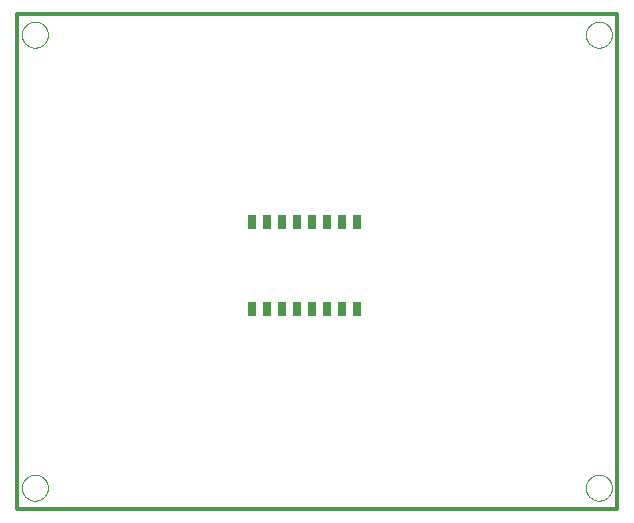
<source format=gbp>
G75*
%MOIN*%
%OFA0B0*%
%FSLAX25Y25*%
%IPPOS*%
%LPD*%
%AMOC8*
5,1,8,0,0,1.08239X$1,22.5*
%
%ADD10C,0.00000*%
%ADD11C,0.01200*%
%ADD12R,0.03000X0.05000*%
D10*
X0003469Y0008800D02*
X0003471Y0008931D01*
X0003477Y0009063D01*
X0003487Y0009194D01*
X0003501Y0009325D01*
X0003519Y0009455D01*
X0003541Y0009584D01*
X0003566Y0009713D01*
X0003596Y0009841D01*
X0003630Y0009968D01*
X0003667Y0010095D01*
X0003708Y0010219D01*
X0003753Y0010343D01*
X0003802Y0010465D01*
X0003854Y0010586D01*
X0003910Y0010704D01*
X0003970Y0010822D01*
X0004033Y0010937D01*
X0004100Y0011050D01*
X0004170Y0011162D01*
X0004243Y0011271D01*
X0004319Y0011377D01*
X0004399Y0011482D01*
X0004482Y0011584D01*
X0004568Y0011683D01*
X0004657Y0011780D01*
X0004749Y0011874D01*
X0004844Y0011965D01*
X0004941Y0012054D01*
X0005041Y0012139D01*
X0005144Y0012221D01*
X0005249Y0012300D01*
X0005356Y0012376D01*
X0005466Y0012448D01*
X0005578Y0012517D01*
X0005692Y0012583D01*
X0005807Y0012645D01*
X0005925Y0012704D01*
X0006044Y0012759D01*
X0006165Y0012811D01*
X0006288Y0012858D01*
X0006412Y0012902D01*
X0006537Y0012943D01*
X0006663Y0012979D01*
X0006791Y0013012D01*
X0006919Y0013040D01*
X0007048Y0013065D01*
X0007178Y0013086D01*
X0007308Y0013103D01*
X0007439Y0013116D01*
X0007570Y0013125D01*
X0007701Y0013130D01*
X0007833Y0013131D01*
X0007964Y0013128D01*
X0008096Y0013121D01*
X0008227Y0013110D01*
X0008357Y0013095D01*
X0008487Y0013076D01*
X0008617Y0013053D01*
X0008745Y0013027D01*
X0008873Y0012996D01*
X0009000Y0012961D01*
X0009126Y0012923D01*
X0009250Y0012881D01*
X0009374Y0012835D01*
X0009495Y0012785D01*
X0009615Y0012732D01*
X0009734Y0012675D01*
X0009851Y0012615D01*
X0009965Y0012551D01*
X0010078Y0012483D01*
X0010189Y0012412D01*
X0010298Y0012338D01*
X0010404Y0012261D01*
X0010508Y0012180D01*
X0010609Y0012097D01*
X0010708Y0012010D01*
X0010804Y0011920D01*
X0010897Y0011827D01*
X0010988Y0011732D01*
X0011075Y0011634D01*
X0011160Y0011533D01*
X0011241Y0011430D01*
X0011319Y0011324D01*
X0011394Y0011216D01*
X0011466Y0011106D01*
X0011534Y0010994D01*
X0011599Y0010880D01*
X0011660Y0010763D01*
X0011718Y0010645D01*
X0011772Y0010525D01*
X0011823Y0010404D01*
X0011870Y0010281D01*
X0011913Y0010157D01*
X0011952Y0010032D01*
X0011988Y0009905D01*
X0012019Y0009777D01*
X0012047Y0009649D01*
X0012071Y0009520D01*
X0012091Y0009390D01*
X0012107Y0009259D01*
X0012119Y0009128D01*
X0012127Y0008997D01*
X0012131Y0008866D01*
X0012131Y0008734D01*
X0012127Y0008603D01*
X0012119Y0008472D01*
X0012107Y0008341D01*
X0012091Y0008210D01*
X0012071Y0008080D01*
X0012047Y0007951D01*
X0012019Y0007823D01*
X0011988Y0007695D01*
X0011952Y0007568D01*
X0011913Y0007443D01*
X0011870Y0007319D01*
X0011823Y0007196D01*
X0011772Y0007075D01*
X0011718Y0006955D01*
X0011660Y0006837D01*
X0011599Y0006720D01*
X0011534Y0006606D01*
X0011466Y0006494D01*
X0011394Y0006384D01*
X0011319Y0006276D01*
X0011241Y0006170D01*
X0011160Y0006067D01*
X0011075Y0005966D01*
X0010988Y0005868D01*
X0010897Y0005773D01*
X0010804Y0005680D01*
X0010708Y0005590D01*
X0010609Y0005503D01*
X0010508Y0005420D01*
X0010404Y0005339D01*
X0010298Y0005262D01*
X0010189Y0005188D01*
X0010078Y0005117D01*
X0009966Y0005049D01*
X0009851Y0004985D01*
X0009734Y0004925D01*
X0009615Y0004868D01*
X0009495Y0004815D01*
X0009374Y0004765D01*
X0009250Y0004719D01*
X0009126Y0004677D01*
X0009000Y0004639D01*
X0008873Y0004604D01*
X0008745Y0004573D01*
X0008617Y0004547D01*
X0008487Y0004524D01*
X0008357Y0004505D01*
X0008227Y0004490D01*
X0008096Y0004479D01*
X0007964Y0004472D01*
X0007833Y0004469D01*
X0007701Y0004470D01*
X0007570Y0004475D01*
X0007439Y0004484D01*
X0007308Y0004497D01*
X0007178Y0004514D01*
X0007048Y0004535D01*
X0006919Y0004560D01*
X0006791Y0004588D01*
X0006663Y0004621D01*
X0006537Y0004657D01*
X0006412Y0004698D01*
X0006288Y0004742D01*
X0006165Y0004789D01*
X0006044Y0004841D01*
X0005925Y0004896D01*
X0005807Y0004955D01*
X0005692Y0005017D01*
X0005578Y0005083D01*
X0005466Y0005152D01*
X0005356Y0005224D01*
X0005249Y0005300D01*
X0005144Y0005379D01*
X0005041Y0005461D01*
X0004941Y0005546D01*
X0004844Y0005635D01*
X0004749Y0005726D01*
X0004657Y0005820D01*
X0004568Y0005917D01*
X0004482Y0006016D01*
X0004399Y0006118D01*
X0004319Y0006223D01*
X0004243Y0006329D01*
X0004170Y0006438D01*
X0004100Y0006550D01*
X0004033Y0006663D01*
X0003970Y0006778D01*
X0003910Y0006896D01*
X0003854Y0007014D01*
X0003802Y0007135D01*
X0003753Y0007257D01*
X0003708Y0007381D01*
X0003667Y0007505D01*
X0003630Y0007632D01*
X0003596Y0007759D01*
X0003566Y0007887D01*
X0003541Y0008016D01*
X0003519Y0008145D01*
X0003501Y0008275D01*
X0003487Y0008406D01*
X0003477Y0008537D01*
X0003471Y0008669D01*
X0003469Y0008800D01*
X0003469Y0159800D02*
X0003471Y0159931D01*
X0003477Y0160063D01*
X0003487Y0160194D01*
X0003501Y0160325D01*
X0003519Y0160455D01*
X0003541Y0160584D01*
X0003566Y0160713D01*
X0003596Y0160841D01*
X0003630Y0160968D01*
X0003667Y0161095D01*
X0003708Y0161219D01*
X0003753Y0161343D01*
X0003802Y0161465D01*
X0003854Y0161586D01*
X0003910Y0161704D01*
X0003970Y0161822D01*
X0004033Y0161937D01*
X0004100Y0162050D01*
X0004170Y0162162D01*
X0004243Y0162271D01*
X0004319Y0162377D01*
X0004399Y0162482D01*
X0004482Y0162584D01*
X0004568Y0162683D01*
X0004657Y0162780D01*
X0004749Y0162874D01*
X0004844Y0162965D01*
X0004941Y0163054D01*
X0005041Y0163139D01*
X0005144Y0163221D01*
X0005249Y0163300D01*
X0005356Y0163376D01*
X0005466Y0163448D01*
X0005578Y0163517D01*
X0005692Y0163583D01*
X0005807Y0163645D01*
X0005925Y0163704D01*
X0006044Y0163759D01*
X0006165Y0163811D01*
X0006288Y0163858D01*
X0006412Y0163902D01*
X0006537Y0163943D01*
X0006663Y0163979D01*
X0006791Y0164012D01*
X0006919Y0164040D01*
X0007048Y0164065D01*
X0007178Y0164086D01*
X0007308Y0164103D01*
X0007439Y0164116D01*
X0007570Y0164125D01*
X0007701Y0164130D01*
X0007833Y0164131D01*
X0007964Y0164128D01*
X0008096Y0164121D01*
X0008227Y0164110D01*
X0008357Y0164095D01*
X0008487Y0164076D01*
X0008617Y0164053D01*
X0008745Y0164027D01*
X0008873Y0163996D01*
X0009000Y0163961D01*
X0009126Y0163923D01*
X0009250Y0163881D01*
X0009374Y0163835D01*
X0009495Y0163785D01*
X0009615Y0163732D01*
X0009734Y0163675D01*
X0009851Y0163615D01*
X0009965Y0163551D01*
X0010078Y0163483D01*
X0010189Y0163412D01*
X0010298Y0163338D01*
X0010404Y0163261D01*
X0010508Y0163180D01*
X0010609Y0163097D01*
X0010708Y0163010D01*
X0010804Y0162920D01*
X0010897Y0162827D01*
X0010988Y0162732D01*
X0011075Y0162634D01*
X0011160Y0162533D01*
X0011241Y0162430D01*
X0011319Y0162324D01*
X0011394Y0162216D01*
X0011466Y0162106D01*
X0011534Y0161994D01*
X0011599Y0161880D01*
X0011660Y0161763D01*
X0011718Y0161645D01*
X0011772Y0161525D01*
X0011823Y0161404D01*
X0011870Y0161281D01*
X0011913Y0161157D01*
X0011952Y0161032D01*
X0011988Y0160905D01*
X0012019Y0160777D01*
X0012047Y0160649D01*
X0012071Y0160520D01*
X0012091Y0160390D01*
X0012107Y0160259D01*
X0012119Y0160128D01*
X0012127Y0159997D01*
X0012131Y0159866D01*
X0012131Y0159734D01*
X0012127Y0159603D01*
X0012119Y0159472D01*
X0012107Y0159341D01*
X0012091Y0159210D01*
X0012071Y0159080D01*
X0012047Y0158951D01*
X0012019Y0158823D01*
X0011988Y0158695D01*
X0011952Y0158568D01*
X0011913Y0158443D01*
X0011870Y0158319D01*
X0011823Y0158196D01*
X0011772Y0158075D01*
X0011718Y0157955D01*
X0011660Y0157837D01*
X0011599Y0157720D01*
X0011534Y0157606D01*
X0011466Y0157494D01*
X0011394Y0157384D01*
X0011319Y0157276D01*
X0011241Y0157170D01*
X0011160Y0157067D01*
X0011075Y0156966D01*
X0010988Y0156868D01*
X0010897Y0156773D01*
X0010804Y0156680D01*
X0010708Y0156590D01*
X0010609Y0156503D01*
X0010508Y0156420D01*
X0010404Y0156339D01*
X0010298Y0156262D01*
X0010189Y0156188D01*
X0010078Y0156117D01*
X0009966Y0156049D01*
X0009851Y0155985D01*
X0009734Y0155925D01*
X0009615Y0155868D01*
X0009495Y0155815D01*
X0009374Y0155765D01*
X0009250Y0155719D01*
X0009126Y0155677D01*
X0009000Y0155639D01*
X0008873Y0155604D01*
X0008745Y0155573D01*
X0008617Y0155547D01*
X0008487Y0155524D01*
X0008357Y0155505D01*
X0008227Y0155490D01*
X0008096Y0155479D01*
X0007964Y0155472D01*
X0007833Y0155469D01*
X0007701Y0155470D01*
X0007570Y0155475D01*
X0007439Y0155484D01*
X0007308Y0155497D01*
X0007178Y0155514D01*
X0007048Y0155535D01*
X0006919Y0155560D01*
X0006791Y0155588D01*
X0006663Y0155621D01*
X0006537Y0155657D01*
X0006412Y0155698D01*
X0006288Y0155742D01*
X0006165Y0155789D01*
X0006044Y0155841D01*
X0005925Y0155896D01*
X0005807Y0155955D01*
X0005692Y0156017D01*
X0005578Y0156083D01*
X0005466Y0156152D01*
X0005356Y0156224D01*
X0005249Y0156300D01*
X0005144Y0156379D01*
X0005041Y0156461D01*
X0004941Y0156546D01*
X0004844Y0156635D01*
X0004749Y0156726D01*
X0004657Y0156820D01*
X0004568Y0156917D01*
X0004482Y0157016D01*
X0004399Y0157118D01*
X0004319Y0157223D01*
X0004243Y0157329D01*
X0004170Y0157438D01*
X0004100Y0157550D01*
X0004033Y0157663D01*
X0003970Y0157778D01*
X0003910Y0157896D01*
X0003854Y0158014D01*
X0003802Y0158135D01*
X0003753Y0158257D01*
X0003708Y0158381D01*
X0003667Y0158505D01*
X0003630Y0158632D01*
X0003596Y0158759D01*
X0003566Y0158887D01*
X0003541Y0159016D01*
X0003519Y0159145D01*
X0003501Y0159275D01*
X0003487Y0159406D01*
X0003477Y0159537D01*
X0003471Y0159669D01*
X0003469Y0159800D01*
X0191469Y0159800D02*
X0191471Y0159931D01*
X0191477Y0160063D01*
X0191487Y0160194D01*
X0191501Y0160325D01*
X0191519Y0160455D01*
X0191541Y0160584D01*
X0191566Y0160713D01*
X0191596Y0160841D01*
X0191630Y0160968D01*
X0191667Y0161095D01*
X0191708Y0161219D01*
X0191753Y0161343D01*
X0191802Y0161465D01*
X0191854Y0161586D01*
X0191910Y0161704D01*
X0191970Y0161822D01*
X0192033Y0161937D01*
X0192100Y0162050D01*
X0192170Y0162162D01*
X0192243Y0162271D01*
X0192319Y0162377D01*
X0192399Y0162482D01*
X0192482Y0162584D01*
X0192568Y0162683D01*
X0192657Y0162780D01*
X0192749Y0162874D01*
X0192844Y0162965D01*
X0192941Y0163054D01*
X0193041Y0163139D01*
X0193144Y0163221D01*
X0193249Y0163300D01*
X0193356Y0163376D01*
X0193466Y0163448D01*
X0193578Y0163517D01*
X0193692Y0163583D01*
X0193807Y0163645D01*
X0193925Y0163704D01*
X0194044Y0163759D01*
X0194165Y0163811D01*
X0194288Y0163858D01*
X0194412Y0163902D01*
X0194537Y0163943D01*
X0194663Y0163979D01*
X0194791Y0164012D01*
X0194919Y0164040D01*
X0195048Y0164065D01*
X0195178Y0164086D01*
X0195308Y0164103D01*
X0195439Y0164116D01*
X0195570Y0164125D01*
X0195701Y0164130D01*
X0195833Y0164131D01*
X0195964Y0164128D01*
X0196096Y0164121D01*
X0196227Y0164110D01*
X0196357Y0164095D01*
X0196487Y0164076D01*
X0196617Y0164053D01*
X0196745Y0164027D01*
X0196873Y0163996D01*
X0197000Y0163961D01*
X0197126Y0163923D01*
X0197250Y0163881D01*
X0197374Y0163835D01*
X0197495Y0163785D01*
X0197615Y0163732D01*
X0197734Y0163675D01*
X0197851Y0163615D01*
X0197965Y0163551D01*
X0198078Y0163483D01*
X0198189Y0163412D01*
X0198298Y0163338D01*
X0198404Y0163261D01*
X0198508Y0163180D01*
X0198609Y0163097D01*
X0198708Y0163010D01*
X0198804Y0162920D01*
X0198897Y0162827D01*
X0198988Y0162732D01*
X0199075Y0162634D01*
X0199160Y0162533D01*
X0199241Y0162430D01*
X0199319Y0162324D01*
X0199394Y0162216D01*
X0199466Y0162106D01*
X0199534Y0161994D01*
X0199599Y0161880D01*
X0199660Y0161763D01*
X0199718Y0161645D01*
X0199772Y0161525D01*
X0199823Y0161404D01*
X0199870Y0161281D01*
X0199913Y0161157D01*
X0199952Y0161032D01*
X0199988Y0160905D01*
X0200019Y0160777D01*
X0200047Y0160649D01*
X0200071Y0160520D01*
X0200091Y0160390D01*
X0200107Y0160259D01*
X0200119Y0160128D01*
X0200127Y0159997D01*
X0200131Y0159866D01*
X0200131Y0159734D01*
X0200127Y0159603D01*
X0200119Y0159472D01*
X0200107Y0159341D01*
X0200091Y0159210D01*
X0200071Y0159080D01*
X0200047Y0158951D01*
X0200019Y0158823D01*
X0199988Y0158695D01*
X0199952Y0158568D01*
X0199913Y0158443D01*
X0199870Y0158319D01*
X0199823Y0158196D01*
X0199772Y0158075D01*
X0199718Y0157955D01*
X0199660Y0157837D01*
X0199599Y0157720D01*
X0199534Y0157606D01*
X0199466Y0157494D01*
X0199394Y0157384D01*
X0199319Y0157276D01*
X0199241Y0157170D01*
X0199160Y0157067D01*
X0199075Y0156966D01*
X0198988Y0156868D01*
X0198897Y0156773D01*
X0198804Y0156680D01*
X0198708Y0156590D01*
X0198609Y0156503D01*
X0198508Y0156420D01*
X0198404Y0156339D01*
X0198298Y0156262D01*
X0198189Y0156188D01*
X0198078Y0156117D01*
X0197966Y0156049D01*
X0197851Y0155985D01*
X0197734Y0155925D01*
X0197615Y0155868D01*
X0197495Y0155815D01*
X0197374Y0155765D01*
X0197250Y0155719D01*
X0197126Y0155677D01*
X0197000Y0155639D01*
X0196873Y0155604D01*
X0196745Y0155573D01*
X0196617Y0155547D01*
X0196487Y0155524D01*
X0196357Y0155505D01*
X0196227Y0155490D01*
X0196096Y0155479D01*
X0195964Y0155472D01*
X0195833Y0155469D01*
X0195701Y0155470D01*
X0195570Y0155475D01*
X0195439Y0155484D01*
X0195308Y0155497D01*
X0195178Y0155514D01*
X0195048Y0155535D01*
X0194919Y0155560D01*
X0194791Y0155588D01*
X0194663Y0155621D01*
X0194537Y0155657D01*
X0194412Y0155698D01*
X0194288Y0155742D01*
X0194165Y0155789D01*
X0194044Y0155841D01*
X0193925Y0155896D01*
X0193807Y0155955D01*
X0193692Y0156017D01*
X0193578Y0156083D01*
X0193466Y0156152D01*
X0193356Y0156224D01*
X0193249Y0156300D01*
X0193144Y0156379D01*
X0193041Y0156461D01*
X0192941Y0156546D01*
X0192844Y0156635D01*
X0192749Y0156726D01*
X0192657Y0156820D01*
X0192568Y0156917D01*
X0192482Y0157016D01*
X0192399Y0157118D01*
X0192319Y0157223D01*
X0192243Y0157329D01*
X0192170Y0157438D01*
X0192100Y0157550D01*
X0192033Y0157663D01*
X0191970Y0157778D01*
X0191910Y0157896D01*
X0191854Y0158014D01*
X0191802Y0158135D01*
X0191753Y0158257D01*
X0191708Y0158381D01*
X0191667Y0158505D01*
X0191630Y0158632D01*
X0191596Y0158759D01*
X0191566Y0158887D01*
X0191541Y0159016D01*
X0191519Y0159145D01*
X0191501Y0159275D01*
X0191487Y0159406D01*
X0191477Y0159537D01*
X0191471Y0159669D01*
X0191469Y0159800D01*
X0191469Y0008800D02*
X0191471Y0008931D01*
X0191477Y0009063D01*
X0191487Y0009194D01*
X0191501Y0009325D01*
X0191519Y0009455D01*
X0191541Y0009584D01*
X0191566Y0009713D01*
X0191596Y0009841D01*
X0191630Y0009968D01*
X0191667Y0010095D01*
X0191708Y0010219D01*
X0191753Y0010343D01*
X0191802Y0010465D01*
X0191854Y0010586D01*
X0191910Y0010704D01*
X0191970Y0010822D01*
X0192033Y0010937D01*
X0192100Y0011050D01*
X0192170Y0011162D01*
X0192243Y0011271D01*
X0192319Y0011377D01*
X0192399Y0011482D01*
X0192482Y0011584D01*
X0192568Y0011683D01*
X0192657Y0011780D01*
X0192749Y0011874D01*
X0192844Y0011965D01*
X0192941Y0012054D01*
X0193041Y0012139D01*
X0193144Y0012221D01*
X0193249Y0012300D01*
X0193356Y0012376D01*
X0193466Y0012448D01*
X0193578Y0012517D01*
X0193692Y0012583D01*
X0193807Y0012645D01*
X0193925Y0012704D01*
X0194044Y0012759D01*
X0194165Y0012811D01*
X0194288Y0012858D01*
X0194412Y0012902D01*
X0194537Y0012943D01*
X0194663Y0012979D01*
X0194791Y0013012D01*
X0194919Y0013040D01*
X0195048Y0013065D01*
X0195178Y0013086D01*
X0195308Y0013103D01*
X0195439Y0013116D01*
X0195570Y0013125D01*
X0195701Y0013130D01*
X0195833Y0013131D01*
X0195964Y0013128D01*
X0196096Y0013121D01*
X0196227Y0013110D01*
X0196357Y0013095D01*
X0196487Y0013076D01*
X0196617Y0013053D01*
X0196745Y0013027D01*
X0196873Y0012996D01*
X0197000Y0012961D01*
X0197126Y0012923D01*
X0197250Y0012881D01*
X0197374Y0012835D01*
X0197495Y0012785D01*
X0197615Y0012732D01*
X0197734Y0012675D01*
X0197851Y0012615D01*
X0197965Y0012551D01*
X0198078Y0012483D01*
X0198189Y0012412D01*
X0198298Y0012338D01*
X0198404Y0012261D01*
X0198508Y0012180D01*
X0198609Y0012097D01*
X0198708Y0012010D01*
X0198804Y0011920D01*
X0198897Y0011827D01*
X0198988Y0011732D01*
X0199075Y0011634D01*
X0199160Y0011533D01*
X0199241Y0011430D01*
X0199319Y0011324D01*
X0199394Y0011216D01*
X0199466Y0011106D01*
X0199534Y0010994D01*
X0199599Y0010880D01*
X0199660Y0010763D01*
X0199718Y0010645D01*
X0199772Y0010525D01*
X0199823Y0010404D01*
X0199870Y0010281D01*
X0199913Y0010157D01*
X0199952Y0010032D01*
X0199988Y0009905D01*
X0200019Y0009777D01*
X0200047Y0009649D01*
X0200071Y0009520D01*
X0200091Y0009390D01*
X0200107Y0009259D01*
X0200119Y0009128D01*
X0200127Y0008997D01*
X0200131Y0008866D01*
X0200131Y0008734D01*
X0200127Y0008603D01*
X0200119Y0008472D01*
X0200107Y0008341D01*
X0200091Y0008210D01*
X0200071Y0008080D01*
X0200047Y0007951D01*
X0200019Y0007823D01*
X0199988Y0007695D01*
X0199952Y0007568D01*
X0199913Y0007443D01*
X0199870Y0007319D01*
X0199823Y0007196D01*
X0199772Y0007075D01*
X0199718Y0006955D01*
X0199660Y0006837D01*
X0199599Y0006720D01*
X0199534Y0006606D01*
X0199466Y0006494D01*
X0199394Y0006384D01*
X0199319Y0006276D01*
X0199241Y0006170D01*
X0199160Y0006067D01*
X0199075Y0005966D01*
X0198988Y0005868D01*
X0198897Y0005773D01*
X0198804Y0005680D01*
X0198708Y0005590D01*
X0198609Y0005503D01*
X0198508Y0005420D01*
X0198404Y0005339D01*
X0198298Y0005262D01*
X0198189Y0005188D01*
X0198078Y0005117D01*
X0197966Y0005049D01*
X0197851Y0004985D01*
X0197734Y0004925D01*
X0197615Y0004868D01*
X0197495Y0004815D01*
X0197374Y0004765D01*
X0197250Y0004719D01*
X0197126Y0004677D01*
X0197000Y0004639D01*
X0196873Y0004604D01*
X0196745Y0004573D01*
X0196617Y0004547D01*
X0196487Y0004524D01*
X0196357Y0004505D01*
X0196227Y0004490D01*
X0196096Y0004479D01*
X0195964Y0004472D01*
X0195833Y0004469D01*
X0195701Y0004470D01*
X0195570Y0004475D01*
X0195439Y0004484D01*
X0195308Y0004497D01*
X0195178Y0004514D01*
X0195048Y0004535D01*
X0194919Y0004560D01*
X0194791Y0004588D01*
X0194663Y0004621D01*
X0194537Y0004657D01*
X0194412Y0004698D01*
X0194288Y0004742D01*
X0194165Y0004789D01*
X0194044Y0004841D01*
X0193925Y0004896D01*
X0193807Y0004955D01*
X0193692Y0005017D01*
X0193578Y0005083D01*
X0193466Y0005152D01*
X0193356Y0005224D01*
X0193249Y0005300D01*
X0193144Y0005379D01*
X0193041Y0005461D01*
X0192941Y0005546D01*
X0192844Y0005635D01*
X0192749Y0005726D01*
X0192657Y0005820D01*
X0192568Y0005917D01*
X0192482Y0006016D01*
X0192399Y0006118D01*
X0192319Y0006223D01*
X0192243Y0006329D01*
X0192170Y0006438D01*
X0192100Y0006550D01*
X0192033Y0006663D01*
X0191970Y0006778D01*
X0191910Y0006896D01*
X0191854Y0007014D01*
X0191802Y0007135D01*
X0191753Y0007257D01*
X0191708Y0007381D01*
X0191667Y0007505D01*
X0191630Y0007632D01*
X0191596Y0007759D01*
X0191566Y0007887D01*
X0191541Y0008016D01*
X0191519Y0008145D01*
X0191501Y0008275D01*
X0191487Y0008406D01*
X0191477Y0008537D01*
X0191471Y0008669D01*
X0191469Y0008800D01*
D11*
X0001800Y0001800D02*
X0001800Y0166800D01*
X0201800Y0166800D01*
X0201800Y0001800D01*
X0001800Y0001800D01*
D12*
X0080300Y0068233D03*
X0085300Y0068233D03*
X0090300Y0068233D03*
X0095300Y0068233D03*
X0100300Y0068233D03*
X0105300Y0068233D03*
X0110300Y0068233D03*
X0115300Y0068233D03*
X0115300Y0097367D03*
X0110300Y0097367D03*
X0105300Y0097367D03*
X0100300Y0097367D03*
X0095300Y0097367D03*
X0090300Y0097367D03*
X0085300Y0097367D03*
X0080300Y0097367D03*
M02*

</source>
